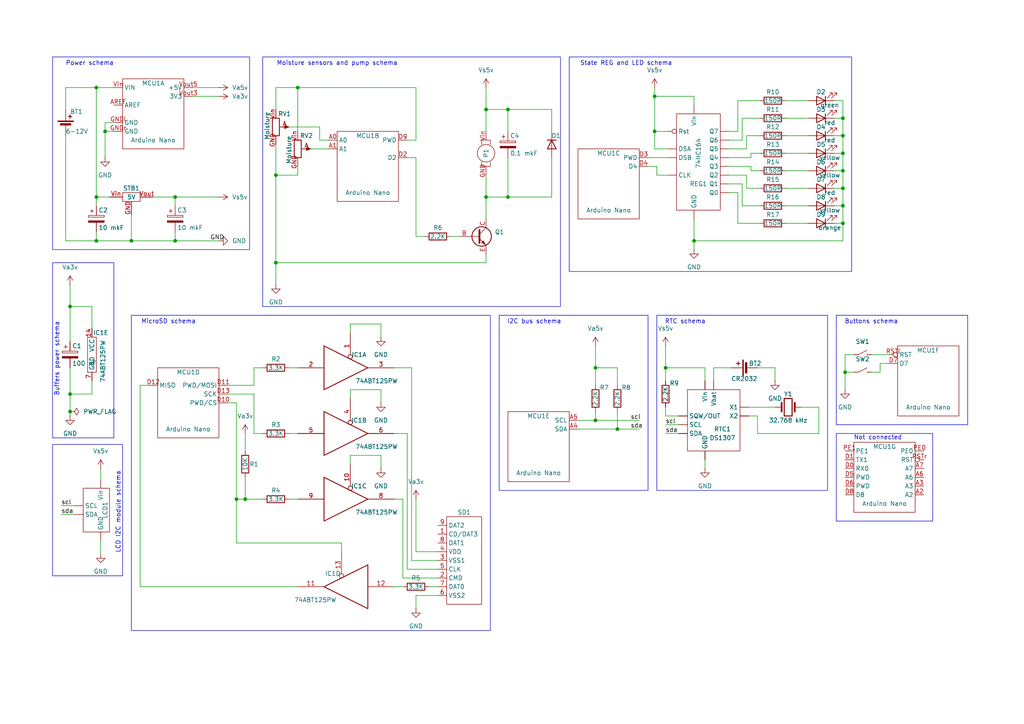
<source format=kicad_sch>
(kicad_sch (version 20250114) (generator "eeschema") (generator_version "9.0")
  (paper "A4")
  (title_block (title "AutoWater") (date "2026-01-17") (rev "0") (comment 2 "VlasovAnton"))
  (rectangle (start 165.1 16.51) (end 247.015 78.74))
  (rectangle (start 15.24 16.51) (end 72.39 72.39))
  (rectangle (start 144.78 91.44) (end 187.96 142.24))
  (rectangle (start 190.5 91.44) (end 240.03 142.24))
  (rectangle (start 76.2 16.51) (end 162.56 88.9))
  (rectangle (start 38.1 91.44) (end 142.24 182.88))
  (rectangle (start 242.57 125.73) (end 270.51 151.13))
  (rectangle (start 15.24 76.2) (end 33.02 127))
  (rectangle (start 15.24 128.905) (end 35.56 167.005))
  (rectangle (start 242.57 91.44) (end 280.67 123.19))
  (text "Power schema" (at 26.035 18.415 0) (effects (font (size 1.27 1.27))))
  (text "Buffers power schema" (at 16.51 104.14 90) (effects (font (size 1.27 1.27))))
  (text "Buttons schema" (at 252.73 93.345 0) (effects (font (size 1.27 1.27))))
  (text "RTC schema" (at 198.755 93.345 0) (effects (font (size 1.27 1.27))))
  (text "Moisture sensors and pump schema" (at 97.79 18.415 0) (effects (font (size 1.27 1.27))))
  (text "MicroSD schema" (at 48.895 93.345 0) (effects (font (size 1.27 1.27))))
  (text "State REG and LED schema" (at 181.61 18.415 0) (effects (font (size 1.27 1.27))))
  (text "LCD I2C module schema" (at 34.29 148.59 90) (effects (font (size 1.27 1.27))))
  (text "I2C bus schema" (at 154.94 93.345 0) (effects (font (size 1.27 1.27))))
  (text "Not connected" (at 254.635 127 0) (effects (font (size 1.27 1.27))))
  (junction (at 147.32 31.75))
  (junction (at 86.36 25.4))
  (junction (at 27.94 25.4))
  (junction (at 20.32 88.9))
  (junction (at 50.8 57.15))
  (junction (at 147.32 57.15))
  (junction (at 244.475 59.69))
  (junction (at 27.94 69.85))
  (junction (at 245.11 107.95))
  (junction (at 189.865 38.1))
  (junction (at 80.01 76.2))
  (junction (at 244.475 49.53))
  (junction (at 244.475 34.29))
  (junction (at 179.07 124.46))
  (junction (at 71.12 144.78))
  (junction (at 172.72 106.68))
  (junction (at 172.72 121.92))
  (junction (at 50.8 69.85))
  (junction (at 140.97 57.15))
  (junction (at 244.475 44.45))
  (junction (at 244.475 54.61))
  (junction (at 244.475 64.77))
  (junction (at 38.1 69.85))
  (junction (at 244.475 39.37))
  (junction (at 189.865 27.94))
  (junction (at 201.295 69.85))
  (junction (at 193.04 106.68))
  (junction (at 20.32 119.38))
  (junction (at 68.58 144.78))
  (junction (at 80.01 50.8))
  (junction (at 27.94 57.15))
  (junction (at 20.32 114.3))
  (junction (at 30.48 38.1))
  (junction (at 140.97 31.75))
  (wire (pts (xy 215.265 34.29) (xy 220.345 34.29)))
  (wire (pts (xy 68.58 157.48) (xy 68.58 144.78)))
  (wire (pts (xy 193.04 118.11) (xy 193.04 120.65)))
  (wire (pts (xy 252.73 102.87) (xy 257.81 102.87)))
  (wire (pts (xy 211.455 53.34) (xy 215.265 53.34)))
  (wire (pts (xy 29.21 135.89) (xy 29.21 139.065)))
  (wire (pts (xy 83.82 125.73) (xy 86.36 125.73)))
  (wire (pts (xy 33.02 35.56) (xy 30.48 35.56)))
  (wire (pts (xy 244.475 29.21) (xy 244.475 34.29)))
  (wire (pts (xy 118.11 125.73) (xy 118.11 165.1)))
  (wire (pts (xy 80.01 76.2) (xy 80.01 82.55)))
  (wire (pts (xy 227.965 39.37) (xy 234.315 39.37)))
  (wire (pts (xy 213.995 55.88) (xy 213.995 64.77)))
  (wire (pts (xy 244.475 59.69) (xy 244.475 64.77)))
  (wire (pts (xy 83.82 144.78) (xy 86.36 144.78)))
  (wire (pts (xy 245.11 107.95) (xy 247.65 107.95)))
  (wire (pts (xy 114.3 106.68) (xy 119.38 106.68)))
  (wire (pts (xy 20.32 119.38) (xy 20.32 120.65)))
  (wire (pts (xy 116.84 167.64) (xy 127 167.64)))
  (wire (pts (xy 114.3 144.78) (xy 116.84 144.78)))
  (wire (pts (xy 27.94 69.85) (xy 38.1 69.85)))
  (wire (pts (xy 119.38 162.56) (xy 127 162.56)))
  (wire (pts (xy 29.21 156.845) (xy 29.21 160.655)))
  (wire (pts (xy 227.965 54.61) (xy 234.315 54.61)))
  (wire (pts (xy 140.97 73.66) (xy 140.97 76.2)))
  (wire (pts (xy 160.02 38.1) (xy 160.02 31.75)))
  (wire (pts (xy 241.935 54.61) (xy 244.475 54.61)))
  (wire (pts (xy 227.965 59.69) (xy 234.315 59.69)))
  (wire (pts (xy 73.66 114.3) (xy 73.66 125.73)))
  (wire (pts (xy 213.995 64.77) (xy 220.345 64.77)))
  (wire (pts (xy 193.04 100.33) (xy 193.04 106.68)))
  (wire (pts (xy 227.965 64.77) (xy 234.315 64.77)))
  (wire (pts (xy 68.58 144.78) (xy 71.12 144.78)))
  (wire (pts (xy 19.05 69.85) (xy 27.94 69.85)))
  (wire (pts (xy 172.72 119.38) (xy 172.72 121.92)))
  (wire (pts (xy 160.02 45.72) (xy 160.02 57.15)))
  (wire (pts (xy 83.82 106.68) (xy 86.36 106.68)))
  (wire (pts (xy 71.12 138.43) (xy 71.12 144.78)))
  (wire (pts (xy 66.04 114.3) (xy 73.66 114.3)))
  (wire (pts (xy 213.995 38.1) (xy 211.455 38.1)))
  (wire (pts (xy 190.5 50.8) (xy 193.675 50.8)))
  (wire (pts (xy 50.8 57.15) (xy 63.5 57.15)))
  (wire (pts (xy 66.04 116.84) (xy 68.58 116.84)))
  (wire (pts (xy 189.865 38.1) (xy 189.865 43.18)))
  (wire (pts (xy 127 172.72) (xy 120.65 172.72)))
  (wire (pts (xy 26.67 88.9) (xy 20.32 88.9)))
  (wire (pts (xy 227.965 29.21) (xy 234.315 29.21)))
  (wire (pts (xy 20.32 82.55) (xy 20.32 88.9)))
  (wire (pts (xy 80.01 25.4) (xy 86.36 25.4)))
  (wire (pts (xy 99.06 160.02) (xy 99.06 157.48)))
  (wire (pts (xy 201.295 72.39) (xy 201.295 69.85)))
  (wire (pts (xy 237.49 125.73) (xy 237.49 118.11)))
  (wire (pts (xy 172.72 100.33) (xy 172.72 106.68)))
  (wire (pts (xy 110.49 93.98) (xy 110.49 97.79)))
  (wire (pts (xy 73.66 125.73) (xy 76.2 125.73)))
  (wire (pts (xy 147.32 31.75) (xy 160.02 31.75)))
  (wire (pts (xy 26.67 110.49) (xy 26.67 114.3)))
  (wire (pts (xy 216.535 50.8) (xy 216.535 54.61)))
  (wire (pts (xy 120.65 25.4) (xy 86.36 25.4)))
  (wire (pts (xy 201.295 69.85) (xy 244.475 69.85)))
  (wire (pts (xy 27.94 25.4) (xy 33.02 25.4)))
  (wire (pts (xy 30.48 38.1) (xy 33.02 38.1)))
  (wire (pts (xy 147.32 45.72) (xy 147.32 57.15)))
  (wire (pts (xy 118.11 45.72) (xy 120.65 45.72)))
  (wire (pts (xy 124.46 170.18) (xy 127 170.18)))
  (wire (pts (xy 211.455 55.88) (xy 213.995 55.88)))
  (wire (pts (xy 27.94 67.31) (xy 27.94 69.85)))
  (wire (pts (xy 255.27 105.41) (xy 255.27 107.95)))
  (wire (pts (xy 50.8 69.85) (xy 63.5 69.85)))
  (wire (pts (xy 179.07 124.46) (xy 185.42 124.46)))
  (wire (pts (xy 252.73 107.95) (xy 255.27 107.95)))
  (wire (pts (xy 19.05 25.4) (xy 27.94 25.4)))
  (wire (pts (xy 211.455 40.64) (xy 215.265 40.64)))
  (wire (pts (xy 193.04 106.68) (xy 193.04 110.49)))
  (wire (pts (xy 119.38 106.68) (xy 119.38 162.56)))
  (wire (pts (xy 114.3 125.73) (xy 118.11 125.73)))
  (wire (pts (xy 120.65 172.72) (xy 120.65 176.53)))
  (wire (pts (xy 118.11 165.1) (xy 127 165.1)))
  (wire (pts (xy 189.865 25.4) (xy 189.865 27.94)))
  (wire (pts (xy 179.07 106.68) (xy 179.07 111.76)))
  (wire (pts (xy 30.48 38.1) (xy 30.48 45.72)))
  (wire (pts (xy 193.04 125.73) (xy 196.85 125.73)))
  (wire (pts (xy 147.32 57.15) (xy 160.02 57.15)))
  (wire (pts (xy 116.84 144.78) (xy 116.84 167.64)))
  (wire (pts (xy 193.04 123.19) (xy 196.85 123.19)))
  (wire (pts (xy 50.8 57.15) (xy 50.8 59.69)))
  (wire (pts (xy 26.67 95.25) (xy 26.67 88.9)))
  (wire (pts (xy 232.41 118.11) (xy 237.49 118.11)))
  (wire (pts (xy 244.475 64.77) (xy 244.475 69.85)))
  (wire (pts (xy 204.47 110.49) (xy 204.47 106.68)))
  (wire (pts (xy 172.72 121.92) (xy 185.42 121.92)))
  (wire (pts (xy 27.94 57.15) (xy 27.94 59.69)))
  (wire (pts (xy 147.32 38.1) (xy 147.32 31.75)))
  (wire (pts (xy 241.935 49.53) (xy 244.475 49.53)))
  (wire (pts (xy 140.97 50.8) (xy 140.97 57.15)))
  (wire (pts (xy 216.535 54.61) (xy 220.345 54.61)))
  (wire (pts (xy 55.88 25.4) (xy 63.5 25.4)))
  (wire (pts (xy 211.455 48.26) (xy 217.805 48.26)))
  (wire (pts (xy 90.17 43.18) (xy 95.25 43.18)))
  (wire (pts (xy 217.805 44.45) (xy 217.805 45.72)))
  (wire (pts (xy 189.865 27.94) (xy 189.865 38.1)))
  (wire (pts (xy 211.455 50.8) (xy 216.535 50.8)))
  (wire (pts (xy 55.88 27.94) (xy 63.5 27.94)))
  (wire (pts (xy 241.935 64.77) (xy 244.475 64.77)))
  (wire (pts (xy 73.66 111.76) (xy 73.66 106.68)))
  (wire (pts (xy 27.94 25.4) (xy 27.94 57.15)))
  (wire (pts (xy 204.47 106.68) (xy 193.04 106.68)))
  (wire (pts (xy 212.09 106.68) (xy 207.01 106.68)))
  (wire (pts (xy 120.65 45.72) (xy 120.65 68.58)))
  (wire (pts (xy 140.97 57.15) (xy 140.97 63.5)))
  (wire (pts (xy 179.07 119.38) (xy 179.07 124.46)))
  (wire (pts (xy 80.01 25.4) (xy 80.01 31.75)))
  (wire (pts (xy 110.49 132.08) (xy 110.49 135.89)))
  (wire (pts (xy 140.97 31.75) (xy 140.97 38.1)))
  (wire (pts (xy 172.72 111.76) (xy 172.72 106.68)))
  (wire (pts (xy 215.265 59.69) (xy 220.345 59.69)))
  (wire (pts (xy 227.965 49.53) (xy 234.315 49.53)))
  (wire (pts (xy 86.36 48.26) (xy 86.36 50.8)))
  (wire (pts (xy 120.65 40.64) (xy 120.65 25.4)))
  (wire (pts (xy 215.265 53.34) (xy 215.265 59.69)))
  (wire (pts (xy 120.65 144.78) (xy 120.65 160.02)))
  (wire (pts (xy 31.75 57.15) (xy 27.94 57.15)))
  (wire (pts (xy 120.65 68.58) (xy 123.19 68.58)))
  (wire (pts (xy 207.01 106.68) (xy 207.01 110.49)))
  (wire (pts (xy 44.45 57.15) (xy 50.8 57.15)))
  (wire (pts (xy 245.11 102.87) (xy 245.11 107.95)))
  (wire (pts (xy 257.81 105.41) (xy 255.27 105.41)))
  (wire (pts (xy 101.6 96.52) (xy 101.6 93.98)))
  (wire (pts (xy 187.96 48.26) (xy 190.5 48.26)))
  (wire (pts (xy 241.935 29.21) (xy 244.475 29.21)))
  (wire (pts (xy 110.49 113.03) (xy 110.49 116.84)))
  (wire (pts (xy 217.805 48.26) (xy 217.805 49.53)))
  (wire (pts (xy 20.32 106.68) (xy 20.32 114.3)))
  (wire (pts (xy 241.935 34.29) (xy 244.475 34.29)))
  (wire (pts (xy 73.66 106.68) (xy 76.2 106.68)))
  (wire (pts (xy 217.17 120.65) (xy 219.71 120.65)))
  (wire (pts (xy 66.04 111.76) (xy 73.66 111.76)))
  (wire (pts (xy 172.72 106.68) (xy 179.07 106.68)))
  (wire (pts (xy 30.48 35.56) (xy 30.48 38.1)))
  (wire (pts (xy 193.675 43.18) (xy 189.865 43.18)))
  (wire (pts (xy 38.1 69.85) (xy 50.8 69.85)))
  (wire (pts (xy 71.12 144.78) (xy 76.2 144.78)))
  (wire (pts (xy 101.6 115.57) (xy 101.6 113.03)))
  (wire (pts (xy 187.96 45.72) (xy 193.675 45.72)))
  (wire (pts (xy 80.01 41.91) (xy 80.01 50.8)))
  (wire (pts (xy 86.36 25.4) (xy 86.36 38.1)))
  (wire (pts (xy 196.85 120.65) (xy 193.04 120.65)))
  (wire (pts (xy 189.865 27.94) (xy 201.295 27.94)))
  (wire (pts (xy 224.79 106.68) (xy 224.79 110.49)))
  (wire (pts (xy 101.6 132.08) (xy 110.49 132.08)))
  (wire (pts (xy 80.01 76.2) (xy 140.97 76.2)))
  (wire (pts (xy 190.5 48.26) (xy 190.5 50.8)))
  (wire (pts (xy 118.11 40.64) (xy 120.65 40.64)))
  (wire (pts (xy 201.295 27.94) (xy 201.295 30.48)))
  (wire (pts (xy 68.58 116.84) (xy 68.58 144.78)))
  (wire (pts (xy 130.81 68.58) (xy 133.35 68.58)))
  (wire (pts (xy 38.1 62.23) (xy 38.1 69.85)))
  (wire (pts (xy 213.995 38.1) (xy 213.995 29.21)))
  (wire (pts (xy 244.475 54.61) (xy 244.475 59.69)))
  (wire (pts (xy 40.64 111.76) (xy 40.64 170.18)))
  (wire (pts (xy 92.71 36.83) (xy 92.71 40.64)))
  (wire (pts (xy 80.01 50.8) (xy 80.01 76.2)))
  (wire (pts (xy 50.8 67.31) (xy 50.8 69.85)))
  (wire (pts (xy 71.12 125.73) (xy 71.12 130.81)))
  (wire (pts (xy 217.805 44.45) (xy 220.345 44.45)))
  (wire (pts (xy 19.05 25.4) (xy 19.05 31.75)))
  (wire (pts (xy 43.18 111.76) (xy 40.64 111.76)))
  (wire (pts (xy 127 160.02) (xy 120.65 160.02)))
  (wire (pts (xy 216.535 39.37) (xy 220.345 39.37)))
  (wire (pts (xy 227.965 44.45) (xy 234.315 44.45)))
  (wire (pts (xy 217.805 49.53) (xy 220.345 49.53)))
  (wire (pts (xy 167.64 121.92) (xy 172.72 121.92)))
  (wire (pts (xy 219.71 106.68) (xy 224.79 106.68)))
  (wire (pts (xy 99.06 157.48) (xy 68.58 157.48)))
  (wire (pts (xy 244.475 44.45) (xy 244.475 49.53)))
  (wire (pts (xy 17.78 149.225) (xy 21.59 149.225)))
  (wire (pts (xy 19.05 39.37) (xy 19.05 69.85)))
  (wire (pts (xy 247.65 102.87) (xy 245.11 102.87)))
  (wire (pts (xy 244.475 39.37) (xy 244.475 44.45)))
  (wire (pts (xy 216.535 39.37) (xy 216.535 43.18)))
  (wire (pts (xy 211.455 45.72) (xy 217.805 45.72)))
  (wire (pts (xy 241.935 59.69) (xy 244.475 59.69)))
  (wire (pts (xy 193.675 38.1) (xy 189.865 38.1)))
  (wire (pts (xy 227.965 34.29) (xy 234.315 34.29)))
  (wire (pts (xy 244.475 34.29) (xy 244.475 39.37)))
  (wire (pts (xy 101.6 113.03) (xy 110.49 113.03)))
  (wire (pts (xy 147.32 57.15) (xy 140.97 57.15)))
  (wire (pts (xy 40.64 170.18) (xy 86.36 170.18)))
  (wire (pts (xy 101.6 134.62) (xy 101.6 132.08)))
  (wire (pts (xy 140.97 31.75) (xy 147.32 31.75)))
  (wire (pts (xy 80.01 50.8) (xy 86.36 50.8)))
  (wire (pts (xy 114.3 170.18) (xy 116.84 170.18)))
  (wire (pts (xy 241.935 44.45) (xy 244.475 44.45)))
  (wire (pts (xy 20.32 114.3) (xy 26.67 114.3)))
  (wire (pts (xy 219.71 120.65) (xy 219.71 125.73)))
  (wire (pts (xy 219.71 125.73) (xy 237.49 125.73)))
  (wire (pts (xy 167.64 124.46) (xy 179.07 124.46)))
  (wire (pts (xy 211.455 43.18) (xy 216.535 43.18)))
  (wire (pts (xy 244.475 49.53) (xy 244.475 54.61)))
  (wire (pts (xy 217.17 118.11) (xy 224.79 118.11)))
  (wire (pts (xy 241.935 39.37) (xy 244.475 39.37)))
  (wire (pts (xy 213.995 29.21) (xy 220.345 29.21)))
  (wire (pts (xy 245.11 107.95) (xy 245.11 113.03)))
  (wire (pts (xy 20.32 114.3) (xy 20.32 119.38)))
  (wire (pts (xy 204.47 133.35) (xy 204.47 135.89)))
  (wire (pts (xy 101.6 93.98) (xy 110.49 93.98)))
  (wire (pts (xy 140.97 25.4) (xy 140.97 31.75)))
  (wire (pts (xy 201.295 63.5) (xy 201.295 69.85)))
  (wire (pts (xy 17.78 146.685) (xy 21.59 146.685)))
  (wire (pts (xy 20.32 88.9) (xy 20.32 99.06)))
  (wire (pts (xy 215.265 40.64) (xy 215.265 34.29)))
  (wire (pts (xy 83.82 36.83) (xy 92.71 36.83)))
  (wire (pts (xy 92.71 40.64) (xy 95.25 40.64)))
  (label "scl" (at 182.88 121.92 0))
  (label "sda" (at 182.88 124.46 0))
  (label "sda" (at 193.04 125.73 0))
  (label "scl" (at 193.04 123.19 0))
  (label "scl" (at 17.78 146.685 0))
  (label "GND" (at 60.96 69.85 0))
  (label "sda" (at 17.78 149.225 0))
  (symbol (lib_name "Resistor_7") (lib_id "AutoWater:Resistor") (at 193.04 114.3 270) (unit 1)
    (property "Reference" "R9" (at 195.58 111.125 90))
    (property "Value" "2.2K" (at 193.04 114.3 0))
    (property "Footprint" "AutoWater:Resistor Yageo SMD 1206" (effects (hide yes)))
    (property "Datasheet" "https://www.chipdip.ru/product/ac1206jr-072k2l-yageo-8002030474" (effects (hide yes)))
    (property "Description" "Resistor" (effects (hide yes)))
  )
  (symbol (lib_id "AutoWater:Va5v") (at 63.5 25.4 270) (unit 1)
    (property "Reference" "#PWR06" (effects (hide yes)))
    (property "Value" "Va5v" (at 67.31 25.3999 90) (effects (justify left)))
    (property "Description" "Power symbol creates a global label with name \"Va5v\"" (effects (hide yes)))
  )
  (symbol (lib_name "LED_1") (lib_id "AutoWater:LED") (at 238.125 44.45 0) (unit 1)
    (property "Reference" "D5" (at 238.125 41.91 0))
    (property "Value" "yellow" (at 240.665 45.72 0))
    (property "Footprint" "AutoWater:LED 3mm" (effects (hide yes)))
    (property "Datasheet" "https://www.chipdip.ru/product/gnl-3014yd-svetodiod-zheltyy-60-d-3mm-15mkd-585nm-g-nor-9000422962" (effects (hide yes)))
    (property "Description" "Light emitting diode" (effects (hide yes)))
  )
  (symbol (lib_id "AutoWater:Vs5v") (at 29.21 135.89 0) (unit 1)
    (property "Reference" "#PWR03" (effects (hide yes)))
    (property "Value" "Vs5v" (at 29.21 130.81 0))
    (property "Description" "Power symbol creates a global label with name \"Vs5v\"" (effects (hide yes)))
  )
  (symbol (lib_id "AutoWater:74ABT125PW") (at 99.06 170.18 0) (mirror y) (unit 4) (exclude_from_sim yes) (in_bom no) (on_board no)
    (property "Reference" "IC1" (at 96.52 166.37 0))
    (property "Value" "74ABT125PW" (at 91.44 173.99 0))
    (property "Datasheet" "https://www.chipdip.ru/product/74abt125pw-118-chetyre-bufernyh-elementa-drayvera-nexperia-9000771662" (effects (hide yes)))
  )
  (symbol (lib_name "Resistor_4") (lib_id "AutoWater:Resistor") (at 80.01 125.73 0) (unit 1)
    (property "Reference" "R3" (at 80.01 123.19 0))
    (property "Value" "3.3K" (at 80.01 125.73 0))
    (property "Footprint" "AutoWater:Resistor Yageo SMD 0805" (effects (hide yes)))
    (property "Datasheet" "https://www.chipdip.ru/product/rc0805fr-103k3l-yageo-8002004125" (effects (hide yes)))
    (property "Description" "Resistor" (effects (hide yes)))
  )
  (symbol (lib_id "power:GND") (at 63.5 69.85 90) (unit 1)
    (property "Reference" "#PWR09" (effects (hide yes)))
    (property "Value" "GND" (at 67.31 69.8499 90) (effects (justify right)))
    (property "Description" "Power symbol creates a global label with name \"GND\" , ground" (effects (hide yes)))
  )
  (symbol (lib_name "LED_1") (lib_id "AutoWater:LED") (at 238.125 29.21 0) (unit 1)
    (property "Reference" "D2" (at 238.125 26.67 0))
    (property "Value" "green" (at 240.665 30.48 0))
    (property "Footprint" "AutoWater:LED 3mm" (effects (hide yes)))
    (property "Datasheet" "https://www.chipdip.ru/product/gnl-3014gd-svetodiod-zelenyy-60-d-3mm-30-50mkd-565nm-g-nor-9000422961" (effects (hide yes)))
    (property "Description" "Light emitting diode" (effects (hide yes)))
  )
  (symbol (lib_id "AutoWater:Arduino Nano V3 Type-C parts") (at 260.35 100.33 0) (unit 6)
    (property "Reference" "MCU1" (at 269.24 101.6 0))
    (property "Value" "Arduino Nano" (at 269.24 118.11 0))
    (property "Footprint" "AutoWater:Arduino Nano V3 Type C PBS" (effects (hide yes)))
    (property "Description" "Arduino Nano V3 Type-C" (effects (hide yes)))
  )
  (symbol (lib_id "power:GND") (at 110.49 135.89 0) (unit 1)
    (property "Reference" "#PWR014" (effects (hide yes)))
    (property "Value" "GND" (at 110.49 140.97 0))
    (property "Description" "Power symbol creates a global label with name \"GND\" , ground" (effects (hide yes)))
  )
  (symbol (lib_id "AutoWater:74ABT125PW") (at 101.6 106.68 0) (unit 1) (exclude_from_sim yes) (in_bom no) (on_board no)
    (property "Reference" "IC1" (at 104.14 102.87 0))
    (property "Value" "74ABT125PW" (at 109.22 110.49 0))
    (property "Datasheet" "https://www.chipdip.ru/product/74abt125pw-118-chetyre-bufernyh-elementa-drayvera-nexperia-9000771662" (effects (hide yes)))
  )
  (symbol (lib_id "AutoWater:Vs5v") (at 140.97 25.4 0) (unit 1)
    (property "Reference" "#PWR017" (effects (hide yes)))
    (property "Value" "Vs5v" (at 140.97 20.32 0))
    (property "Description" "Power symbol creates a global label with name \"Vs5v\"" (effects (hide yes)))
  )
  (symbol (lib_name "Capacitor_1") (lib_id "AutoWater:Capacitor") (at 27.94 63.5 0) (unit 1)
    (property "Reference" "C2" (at 28.575 60.96 0) (effects (justify left)))
    (property "Value" "10 mkF" (at 28.575 66.04 0) (effects (justify left)))
    (property "Footprint" "AutoWater:Capacitor Murata SMD 0603" (effects (hide yes)))
    (property "Datasheet" "https://www.chipdip.ru/product/10-mkf-x5r-25v-0603-grm188r61e106ka73d-kondensator-murata-9000600378" (effects (hide yes)))
    (property "Description" "Capacitor" (effects (hide yes)))
  )
  (symbol (lib_name "Resistor_4") (lib_id "AutoWater:Resistor") (at 120.65 170.18 0) (unit 1)
    (property "Reference" "R5" (at 120.65 167.64 0))
    (property "Value" "3.3K" (at 120.65 170.18 0))
    (property "Footprint" "AutoWater:Resistor Yageo SMD 0805" (effects (hide yes)))
    (property "Datasheet" "https://www.chipdip.ru/product/rc0805fr-103k3l-yageo-8002004125" (effects (hide yes)))
    (property "Description" "Resistor" (effects (hide yes)))
  )
  (symbol (lib_id "AutoWater:Power") (at 19.05 35.56 270) (unit 1)
    (property "Reference" "BT1" (at 20.32 32.385 90) (effects (justify left)))
    (property "Value" "6-12V" (at 19.05 38.1 90) (effects (justify left)))
    (property "Footprint" "AutoWater:Connector 5.5x2.1 DS-201" (effects (hide yes)))
    (property "Description" "Power" (effects (hide yes)))
  )
  (symbol (lib_name "Resistor_2") (lib_id "AutoWater:Resistor") (at 224.155 59.69 0) (unit 1)
    (property "Reference" "R16" (at 224.155 57.15 0))
    (property "Value" "150R" (at 224.155 59.69 0))
    (property "Footprint" "AutoWater:Resistor Yageo SMD 1206" (effects (hide yes)))
    (property "Datasheet" "https://www.chipdip.ru/product/ac1206fr-07150rl-yageo-8002025520" (effects (hide yes)))
    (property "Description" "Resistor" (effects (hide yes)))
  )
  (symbol (lib_name "LED_1") (lib_id "AutoWater:LED") (at 238.125 49.53 0) (unit 1)
    (property "Reference" "D6" (at 238.125 46.99 0))
    (property "Value" "yellow" (at 240.665 50.8 0))
    (property "Footprint" "AutoWater:LED 3mm" (effects (hide yes)))
    (property "Datasheet" "https://www.chipdip.ru/product/gnl-3014yd-svetodiod-zheltyy-60-d-3mm-15mkd-585nm-g-nor-9000422962" (effects (hide yes)))
    (property "Description" "Light emitting diode" (effects (hide yes)))
  )
  (symbol (lib_name "Resistor_2") (lib_id "AutoWater:Resistor") (at 224.155 64.77 0) (unit 1)
    (property "Reference" "R17" (at 224.155 62.23 0))
    (property "Value" "150R" (at 224.155 64.77 0))
    (property "Footprint" "AutoWater:Resistor Yageo SMD 1206" (effects (hide yes)))
    (property "Datasheet" "https://www.chipdip.ru/product/ac1206fr-07150rl-yageo-8002025520" (effects (hide yes)))
    (property "Description" "Resistor" (effects (hide yes)))
  )
  (symbol (lib_name "Resistor_2") (lib_id "AutoWater:Resistor") (at 224.155 39.37 0) (unit 1)
    (property "Reference" "R12" (at 224.155 36.83 0))
    (property "Value" "150R" (at 224.155 39.37 0))
    (property "Footprint" "AutoWater:Resistor Yageo SMD 1206" (effects (hide yes)))
    (property "Datasheet" "https://www.chipdip.ru/product/ac1206fr-07150rl-yageo-8002025520" (effects (hide yes)))
    (property "Description" "Resistor" (effects (hide yes)))
  )
  (symbol (lib_name "Resistor_2") (lib_id "AutoWater:Resistor") (at 224.155 49.53 0) (unit 1)
    (property "Reference" "R14" (at 224.155 46.99 0))
    (property "Value" "150R" (at 224.155 49.53 0))
    (property "Footprint" "AutoWater:Resistor Yageo SMD 1206" (effects (hide yes)))
    (property "Datasheet" "https://www.chipdip.ru/product/ac1206fr-07150rl-yageo-8002025520" (effects (hide yes)))
    (property "Description" "Resistor" (effects (hide yes)))
  )
  (symbol (lib_name "LED_1") (lib_id "AutoWater:LED") (at 238.125 64.77 0) (unit 1)
    (property "Reference" "D9" (at 238.125 62.23 0))
    (property "Value" "orange" (at 240.665 66.04 0))
    (property "Footprint" "AutoWater:LED 3mm" (effects (hide yes)))
    (property "Datasheet" "https://www.chipdip.ru/product/gnl-3014uec-svetodiod-oranzhevyy-25-d-3mm-150mkd-g-nor-9000423001" (effects (hide yes)))
    (property "Description" "Light emitting diode" (effects (hide yes)))
  )
  (symbol (lib_name "Stabalizer voltage_1") (lib_id "AutoWater:Stabalizer voltage") (at 38.1 57.15 0) (unit 1)
    (property "Reference" "STB1" (at 38.1 54.61 0))
    (property "Value" "5V" (at 38.1 57.15 0))
    (property "Footprint" "AutoWater:Stabilizer 5V AMS1117-5.0S SMD" (effects (hide yes)))
    (property "Datasheet" "https://www.chipdip.ru/product/ams1117-5.0s-stabilizator-napryazheniya-5v-1a-sot-89-umw-9001333446" (effects (hide yes)))
    (property "Description" "Stabilizer voltage" (effects (hide yes)))
  )
  (symbol (lib_id "AutoWater:Vs5v") (at 189.865 25.4 0) (unit 1)
    (property "Reference" "#PWR019" (effects (hide yes)))
    (property "Value" "Vs5v" (at 189.865 20.32 0))
    (property "Description" "Power symbol creates a global label with name \"Vs5v\"" (effects (hide yes)))
  )
  (symbol (lib_id "AutoWater:Arduino Nano V3 Type-C parts") (at 45.72 106.68 0) (unit 4)
    (property "Reference" "MCU1" (at 54.61 107.95 0))
    (property "Value" "Arduino Nano" (at 54.61 124.46 0))
    (property "Footprint" "AutoWater:Arduino Nano V3 Type C PBS" (effects (hide yes)))
    (property "Description" "Arduino Nano V3 Type-C" (effects (hide yes)))
  )
  (symbol (lib_id "AutoWater:74ABT125PW") (at 26.67 102.87 0) (unit 5) (exclude_from_sim yes) (in_bom no) (on_board no)
    (property "Reference" "IC1" (at 29.21 96.52 0))
    (property "Value" "74ABT125PW" (at 29.845 104.775 90))
    (property "Datasheet" "https://www.chipdip.ru/product/74abt125pw-118-chetyre-bufernyh-elementa-drayvera-nexperia-9000771662" (effects (hide yes)))
  )
  (symbol (lib_id "power:GND") (at 110.49 97.79 0) (unit 1)
    (property "Reference" "#PWR012" (effects (hide yes)))
    (property "Value" "GND" (at 110.49 102.87 0))
    (property "Description" "Power symbol creates a global label with name \"GND\" , ground" (effects (hide yes)))
  )
  (symbol (lib_id "AutoWater:Diode") (at 160.02 41.91 270) (unit 1)
    (property "Reference" "D1" (at 161.29 39.37 90))
    (property "Value" "1N4001G" (effects (hide yes)))
    (property "Footprint" "AutoWater:DIode 1N4001G THT min" (effects (hide yes)))
    (property "Datasheet" "https://www.chipdip.ru/product/1n4001g-on-semiconductor-8002986002" (effects (hide yes)))
    (property "Description" "Diode" (effects (hide yes)))
    (property "Sim.Device" "D" (effects (hide yes)))
    (property "Sim.Pins" "1=K 2=A" (effects (hide yes)))
  )
  (symbol (lib_name "Transistor NPN_1") (lib_id "AutoWater:Transistor NPN") (at 138.43 68.58 0) (unit 1)
    (property "Reference" "Q1" (at 143.51 67.31 0) (effects (justify left)))
    (property "Value" "BC817-25" (effects (hide yes)))
    (property "Footprint" "AutoWater:NPN transistor BC817-25" (effects (hide yes)))
    (property "Datasheet" "https://www.chipdip.ru/product/bc817-25-215-tranzistor-npn-45v-0.5a-0.31vt-sot-23-nexperia-113261264" (effects (hide yes)))
    (property "Description" "NPN bipolar junction transistor" (effects (hide yes)))
  )
  (symbol (lib_id "power:GND") (at 245.11 113.03 0) (unit 1)
    (property "Reference" "#PWR024" (effects (hide yes)))
    (property "Value" "GND" (at 245.11 118.11 0))
    (property "Description" "Power symbol creates a global label with name \"GND\" , ground" (effects (hide yes)))
  )
  (symbol (lib_id "power:GND") (at 80.01 82.55 0) (unit 1)
    (property "Reference" "#PWR011" (effects (hide yes)))
    (property "Value" "GND" (at 80.01 87.63 0))
    (property "Description" "Power symbol creates a global label with name \"GND\" , ground" (effects (hide yes)))
  )
  (symbol (lib_id "power:GND") (at 204.47 135.89 0) (unit 1)
    (property "Reference" "#PWR022" (effects (hide yes)))
    (property "Value" "GND" (at 204.47 140.97 0))
    (property "Description" "Power symbol creates a global label with name \"GND\" , ground" (effects (hide yes)))
  )
  (symbol (lib_name "Button_1") (lib_id "AutoWater:Button") (at 250.19 102.87 0) (unit 1)
    (property "Reference" "SW1" (at 250.19 99.06 0))
    (property "Value" "Button" (effects (hide yes)))
    (property "Description" "Button" (effects (hide yes)))
  )
  (symbol (lib_id "AutoWater:Arduino Nano V3 Type-C parts") (at 147.32 119.38 0) (unit 5)
    (property "Reference" "MCU1" (at 156.21 120.65 0))
    (property "Value" "Arduino Nano" (at 156.21 137.16 0))
    (property "Footprint" "AutoWater:Arduino Nano V3 Type C PBS" (effects (hide yes)))
    (property "Description" "Arduino Nano V3 Type-C" (effects (hide yes)))
  )
  (symbol (lib_id "AutoWater:LCD I2C module") (at 24.13 141.605 0) (unit 1)
    (property "Reference" "LCD1" (at 30.48 147.955 90))
    (property "Value" "LCD I2C module" (effects (hide yes)))
    (property "Footprint" "AutoWater:PLS-4" (effects (hide yes)))
    (property "Datasheet" "https://roboshop.spb.ru/display/simvolnye-displei/1602-konverter" (effects (hide yes)))
  )
  (symbol (lib_id "AutoWater:Vs5v") (at 63.5 57.15 270) (unit 1)
    (property "Reference" "#PWR08" (effects (hide yes)))
    (property "Value" "Vs5v" (at 67.31 57.1499 90) (effects (justify left)))
    (property "Description" "Power symbol creates a global label with name \"Vs5v\"" (effects (hide yes)))
  )
  (symbol (lib_name "RTC DS1307_1") (lib_id "AutoWater:RTC DS1307") (at 199.39 113.03 0) (unit 1)
    (property "Reference" "RTC1" (at 209.55 124.46 0))
    (property "Value" "DS1307" (at 209.55 127 0))
    (property "Footprint" "AutoWater:RTC DS1307 DIP" (effects (hide yes)))
    (property "Datasheet" "https://roboshop.spb.ru/radio/mikroskhemy/real-time-clock/ds1307" (effects (hide yes)))
    (property "Description" "Real Time Clock DS1307" (effects (hide yes)))
  )
  (symbol (lib_name "Shift register_1") (lib_id "AutoWater:Shift register") (at 196.215 33.02 0) (unit 1)
    (property "Reference" "REG1" (at 202.565 53.34 0))
    (property "Value" "74HC164" (at 202.565 44.45 90))
    (property "Footprint" "AutoWater:Register 74HC164M SOP-14" (effects (hide yes)))
    (property "Datasheet" "https://www.chipdip.ru/product/74hc164m-tr-8-bit-posledovatelnyy-sdvigovyy-registr-hgsemi-9001240838" (effects (hide yes)))
    (property "Description" "Shift register 8 bit" (effects (hide yes)))
  )
  (symbol (lib_id "power:GND") (at 120.65 176.53 0) (unit 1)
    (property "Reference" "#PWR016" (effects (hide yes)))
    (property "Value" "GND" (at 120.65 181.61 0))
    (property "Description" "Power symbol creates a global label with name \"GND\" , ground" (effects (hide yes)))
  )
  (symbol (lib_id "power:GND") (at 30.48 45.72 0) (unit 1)
    (property "Reference" "#PWR05" (effects (hide yes)))
    (property "Value" "GND" (at 30.48 50.8 0))
    (property "Description" "Power symbol creates a global label with name \"GND\" , ground" (effects (hide yes)))
  )
  (symbol (lib_id "AutoWater:Va3v") (at 120.65 144.78 0) (unit 1)
    (property "Reference" "#PWR015" (effects (hide yes)))
    (property "Value" "Va3v" (at 120.65 139.7 0))
    (property "Description" "Power symbol creates a global label with name \"Va3v\"" (effects (hide yes)))
  )
  (symbol (lib_name "Capacitor_1") (lib_id "AutoWater:Capacitor") (at 50.8 63.5 0) (unit 1)
    (property "Reference" "C3" (at 51.435 60.96 0) (effects (justify left)))
    (property "Value" "10 mkF" (at 51.435 66.04 0) (effects (justify left)))
    (property "Footprint" "AutoWater:Capacitor Murata SMD 0603" (effects (hide yes)))
    (property "Datasheet" "https://www.chipdip.ru/product/10-mkf-x5r-25v-0603-grm188r61e106ka73d-kondensator-murata-9000600378" (effects (hide yes)))
    (property "Description" "Capacitor" (effects (hide yes)))
  )
  (symbol (lib_name "Resistor_2") (lib_id "AutoWater:Resistor") (at 224.155 34.29 0) (unit 1)
    (property "Reference" "R11" (at 224.155 31.75 0))
    (property "Value" "150R" (at 224.155 34.29 0))
    (property "Footprint" "AutoWater:Resistor Yageo SMD 1206" (effects (hide yes)))
    (property "Datasheet" "https://www.chipdip.ru/product/ac1206fr-07150rl-yageo-8002025520" (effects (hide yes)))
    (property "Description" "Resistor" (effects (hide yes)))
  )
  (symbol (lib_id "AutoWater:74ABT125PW") (at 101.6 144.78 0) (unit 3) (exclude_from_sim yes) (in_bom no) (on_board no)
    (property "Reference" "IC1" (at 104.14 140.97 0))
    (property "Value" "74ABT125PW" (at 109.22 148.59 0))
    (property "Datasheet" "https://www.chipdip.ru/product/74abt125pw-118-chetyre-bufernyh-elementa-drayvera-nexperia-9000771662" (effects (hide yes)))
  )
  (symbol (lib_id "power:GND") (at 224.79 110.49 0) (unit 1)
    (property "Reference" "#PWR023" (effects (hide yes)))
    (property "Value" "GND" (at 224.79 115.57 0))
    (property "Description" "Power symbol creates a global label with name \"GND\" , ground" (effects (hide yes)))
  )
  (symbol (lib_name "Button_1") (lib_id "AutoWater:Button") (at 250.19 107.95 0) (unit 1)
    (property "Reference" "SW2" (at 250.19 104.14 0))
    (property "Value" "Button" (effects (hide yes)))
    (property "Description" "Button" (effects (hide yes)))
  )
  (symbol (lib_name "Resistor_1") (lib_id "AutoWater:Resistor") (at 127 68.58 0) (unit 1)
    (property "Reference" "R6" (at 127 66.04 0))
    (property "Value" "2.2K" (at 127 68.58 0))
    (property "Footprint" "AutoWater:Resistor Yageo SMD 1206" (effects (hide yes)))
    (property "Datasheet" "https://www.chipdip.ru/product/ac1206jr-072k2l-yageo-8002030474" (effects (hide yes)))
    (property "Description" "Resistor" (effects (hide yes)))
  )
  (symbol (lib_id "AutoWater:74ABT125PW") (at 101.6 125.73 0) (unit 2) (exclude_from_sim yes) (in_bom no) (on_board no)
    (property "Reference" "IC1" (at 104.14 121.92 0))
    (property "Value" "74ABT125PW" (at 109.22 129.54 0))
    (property "Datasheet" "https://www.chipdip.ru/product/74abt125pw-118-chetyre-bufernyh-elementa-drayvera-nexperia-9000771662" (effects (hide yes)))
  )
  (symbol (lib_id "power:GND") (at 201.295 72.39 0) (unit 1)
    (property "Reference" "#PWR021" (effects (hide yes)))
    (property "Value" "GND" (at 201.295 77.47 0))
    (property "Description" "Power symbol creates a global label with name \"GND\" , ground" (effects (hide yes)))
  )
  (symbol (lib_id "AutoWater:Arduino Nano V3 Type-C parts") (at 97.79 38.1 0) (unit 2)
    (property "Reference" "MCU1" (at 106.68 39.37 0))
    (property "Value" "Arduino Nano" (at 106.68 55.88 0))
    (property "Footprint" "AutoWater:Arduino Nano V3 Type C PBS" (effects (hide yes)))
    (property "Description" "Arduino Nano V3 Type-C" (effects (hide yes)))
  )
  (symbol (lib_id "AutoWater:Sensor module") (at 86.36 43.18 0) (unit 1)
    (property "Reference" "RV2" (at 88.9 39.37 0))
    (property "Value" "Moisture" (at 83.82 39.37 90) (effects (justify right)))
    (property "Footprint" "AutoWater:PLS-3" (effects (hide yes)))
    (property "Description" "Sensor" (effects (hide yes)))
  )
  (symbol (lib_name "Capacitor_3") (lib_id "AutoWater:Capacitor") (at 147.32 41.91 0) (unit 1)
    (property "Reference" "C4" (at 147.955 39.37 0) (effects (justify left)))
    (property "Value" "0.1 mkF" (at 147.955 44.45 0) (effects (justify left)))
    (property "Footprint" "AutoWater:Capacitor Murata SMD 0402" (effects (hide yes)))
    (property "Datasheet" "https://www.chipdip.ru/product/0.1-mkf-x7r-25v-10-0402-grm155r71e104ke14d-murata-9000295904" (effects (hide yes)))
    (property "Description" "Capacitor" (effects (hide yes)))
  )
  (symbol (lib_id "AutoWater:Sensor module") (at 80.01 36.83 0) (unit 1)
    (property "Reference" "RV1" (at 82.55 33.02 0))
    (property "Value" "Moisture" (at 77.47 32.385 90) (effects (justify right)))
    (property "Footprint" "AutoWater:PLS-3" (effects (hide yes)))
    (property "Description" "Moisture sensor" (effects (hide yes)))
  )
  (symbol (lib_name "Pump_1") (lib_id "AutoWater:Pump") (at 140.97 44.45 270) (unit 1)
    (property "Reference" "P1" (at 140.97 44.45 0))
    (property "Value" "Pump" (effects (hide yes)))
    (property "Footprint" "AutoWater:Connector B2B-XH-A" (effects (hide yes)))
    (property "Datasheet" "https://roboshop.spb.ru/mechanics/pompy/small-water-pomp" (effects (hide yes)))
    (property "Description" "Water pump 5V" (effects (hide yes)))
  )
  (symbol (lib_id "power:PWR_FLAG") (at 20.32 119.38 270) (unit 1)
    (property "Reference" "#FLG01" (effects (hide yes)))
    (property "Value" "PWR_FLAG" (at 24.13 119.3799 90) (effects (justify left)))
    (property "Description" "Special symbol for telling ERC where power comes from" (effects (hide yes)))
  )
  (symbol (lib_name "Power_1") (lib_id "AutoWater:Power") (at 215.9 106.68 0) (unit 1)
    (property "Reference" "BT2" (at 217.17 105.41 0) (effects (justify left)))
    (property "Value" "CR2032" (at 212.09 109.855 0) (effects (justify left)))
    (property "Footprint" "AutoWater:Batary box CR2032" (effects (hide yes)))
    (property "Datasheet" "https://www.chipdip.ru/product/l-kls5-cr2032-11-panel-bat-2032-bth-v47-20-kls-8040391090" (effects (hide yes)))
    (property "Description" "Power" (effects (hide yes)))
  )
  (symbol (lib_id "AutoWater:Vs5v") (at 193.04 100.33 0) (unit 1)
    (property "Reference" "#PWR020" (effects (hide yes)))
    (property "Value" "Vs5v" (at 193.04 95.25 0))
    (property "Description" "Power symbol creates a global label with name \"Vs5v\"" (effects (hide yes)))
  )
  (symbol (lib_name "LED_2") (lib_id "AutoWater:LED") (at 238.125 39.37 0) (unit 1)
    (property "Reference" "D4" (at 238.125 36.83 0))
    (property "Value" "red" (at 240.665 40.64 0))
    (property "Footprint" "AutoWater:LED 3mm" (effects (hide yes)))
    (property "Datasheet" "https://www.chipdip.ru/product/gnl-3014hd-svetodiod-krasnyy-60-d-3mm-5-10mkd-700nm-g-nor-9000422960" (effects (hide yes)))
    (property "Description" "Light emitting diode" (effects (hide yes)))
  )
  (symbol (lib_name "Capacitor_2") (lib_id "AutoWater:Capacitor") (at 20.32 102.87 0) (unit 1)
    (property "Reference" "C1" (at 20.955 100.33 0) (effects (justify left)))
    (property "Value" "100 nF" (at 20.955 105.41 0) (effects (justify left)))
    (property "Footprint" "AutoWater:Capacitor Murata SMD 0402" (effects (hide yes)))
    (property "Datasheet" "https://www.chipdip.ru/product/0.1-mkf-x7r-25v-10-0402-grm155r71e104ke14d-murata-9000295904" (effects (hide yes)))
    (property "Description" "Capacitor ceramic SMD 0805" (effects (hide yes)))
  )
  (symbol (lib_name "LED_1") (lib_id "AutoWater:LED") (at 238.125 59.69 0) (unit 1)
    (property "Reference" "D8" (at 238.125 57.15 0))
    (property "Value" "yellow" (at 240.665 60.96 0))
    (property "Footprint" "AutoWater:LED 3mm" (effects (hide yes)))
    (property "Datasheet" "https://www.chipdip.ru/product/gnl-3014yd-svetodiod-zheltyy-60-d-3mm-15mkd-585nm-g-nor-9000422962" (effects (hide yes)))
    (property "Description" "Light emitting diode" (effects (hide yes)))
  )
  (symbol (lib_name "Resistor_6") (lib_id "AutoWater:Resistor") (at 172.72 115.57 270) (unit 1)
    (property "Reference" "R7" (at 175.26 112.395 90))
    (property "Value" "2.2K" (at 172.72 115.57 0))
    (property "Footprint" "AutoWater:Resistor Yageo SMD 1206" (effects (hide yes)))
    (property "Datasheet" "https://www.chipdip.ru/product/ac1206jr-072k2l-yageo-8002030474" (effects (hide yes)))
    (property "Description" "Resistor" (effects (hide yes)))
  )
  (symbol (lib_name "Resistor_4") (lib_id "AutoWater:Resistor") (at 80.01 106.68 0) (unit 1)
    (property "Reference" "R2" (at 80.01 104.14 0))
    (property "Value" "3.3K" (at 80.01 106.68 0))
    (property "Footprint" "AutoWater:Resistor Yageo SMD 0805" (effects (hide yes)))
    (property "Datasheet" "https://www.chipdip.ru/product/rc0805fr-103k3l-yageo-8002004125" (effects (hide yes)))
    (property "Description" "Resistor" (effects (hide yes)))
  )
  (symbol (lib_name "LED_1") (lib_id "AutoWater:LED") (at 238.125 54.61 0) (unit 1)
    (property "Reference" "D7" (at 238.125 52.07 0))
    (property "Value" "red" (at 240.665 55.88 0))
    (property "Footprint" "AutoWater:LED 3mm" (effects (hide yes)))
    (property "Description" "Light emitting diode" (effects (hide yes)))
  )
  (symbol (lib_name "Resistor_2") (lib_id "AutoWater:Resistor") (at 224.155 44.45 0) (unit 1)
    (property "Reference" "R13" (at 224.155 41.91 0))
    (property "Value" "150R" (at 224.155 44.45 0))
    (property "Footprint" "AutoWater:Resistor Yageo SMD 1206" (effects (hide yes)))
    (property "Datasheet" "https://www.chipdip.ru/product/ac1206fr-07150rl-yageo-8002025520" (effects (hide yes)))
    (property "Description" "Resistor" (effects (hide yes)))
  )
  (symbol (lib_id "AutoWater:Va5v") (at 172.72 100.33 0) (unit 1)
    (property "Reference" "#PWR018" (effects (hide yes)))
    (property "Value" "Va5v" (at 172.72 95.25 0))
    (property "Description" "Power symbol creates a global label with name \"Va5v\"" (effects (hide yes)))
  )
  (symbol (lib_name "Resistor_6") (lib_id "AutoWater:Resistor") (at 179.07 115.57 270) (unit 1)
    (property "Reference" "R8" (at 181.61 112.395 90))
    (property "Value" "2.2K" (at 179.07 115.57 0))
    (property "Footprint" "AutoWater:Resistor Yageo SMD 1206" (effects (hide yes)))
    (property "Datasheet" "https://www.chipdip.ru/product/ac1206jr-072k2l-yageo-8002030474" (effects (hide yes)))
    (property "Description" "Resistor" (effects (hide yes)))
  )
  (symbol (lib_name "Resistor_2") (lib_id "AutoWater:Resistor") (at 224.155 29.21 0) (unit 1)
    (property "Reference" "R10" (at 224.155 26.67 0))
    (property "Value" "150R" (at 224.155 29.21 0))
    (property "Footprint" "AutoWater:Resistor Yageo SMD 1206" (effects (hide yes)))
    (property "Datasheet" "https://www.chipdip.ru/product/ac1206fr-07150rl-yageo-8002025520" (effects (hide yes)))
    (property "Description" "Resistor" (effects (hide yes)))
  )
  (symbol (lib_id "power:GND") (at 20.32 120.65 0) (unit 1)
    (property "Reference" "#PWR02" (effects (hide yes)))
    (property "Value" "GND" (at 20.32 125.73 0))
    (property "Description" "Power symbol creates a global label with name \"GND\" , ground" (effects (hide yes)))
  )
  (symbol (lib_id "AutoWater:Crystal") (at 228.6 118.11 0) (unit 1)
    (property "Reference" "Y1" (at 228.6 114.3 0))
    (property "Value" "32.768 kHz" (at 228.6 121.92 0))
    (property "Description" "Two pin crystal" (effects (hide yes)))
  )
  (symbol (lib_id "AutoWater:Arduino Nano V3 Type-C parts") (at 247.65 128.27 0) (unit 7)
    (property "Reference" "MCU1" (at 256.54 129.54 0))
    (property "Value" "Arduino Nano" (at 256.54 146.05 0))
    (property "Footprint" "AutoWater:Arduino Nano V3 Type C PBS" (effects (hide yes)))
    (property "Description" "Arduino Nano V3 Type-C" (effects (hide yes)))
  )
  (symbol (lib_id "AutoWater:Va3v") (at 20.32 82.55 0) (unit 1)
    (property "Reference" "#PWR01" (effects (hide yes)))
    (property "Value" "Va3v" (at 20.32 77.47 0))
    (property "Description" "Power symbol creates a global label with name \"Va3v\"" (effects (hide yes)))
  )
  (symbol (lib_name "Resistor_3") (lib_id "AutoWater:Resistor") (at 80.01 144.78 0) (unit 1)
    (property "Reference" "R4" (at 80.01 142.24 0))
    (property "Value" "3.3K" (at 80.01 144.78 0))
    (property "Footprint" "AutoWater:Resistor Yageo SMD 0805" (effects (hide yes)))
    (property "Datasheet" "https://www.chipdip.ru/product/rc0805fr-103k3l-yageo-8002004125" (effects (hide yes)))
    (property "Description" "Resistor" (effects (hide yes)))
  )
  (symbol (lib_name "Resistor_2") (lib_id "AutoWater:Resistor") (at 224.155 54.61 0) (unit 1)
    (property "Reference" "R15" (at 224.155 52.07 0))
    (property "Value" "150R" (at 224.155 54.61 0))
    (property "Footprint" "AutoWater:Resistor Yageo SMD 1206" (effects (hide yes)))
    (property "Datasheet" "https://www.chipdip.ru/product/ac1206fr-07150rl-yageo-8002025520" (effects (hide yes)))
    (property "Description" "Resistor" (effects (hide yes)))
  )
  (symbol (lib_id "power:GND") (at 110.49 116.84 0) (unit 1)
    (property "Reference" "#PWR013" (effects (hide yes)))
    (property "Value" "GND" (at 110.49 121.92 0))
    (property "Description" "Power symbol creates a global label with name \"GND\" , ground" (effects (hide yes)))
  )
  (symbol (lib_id "AutoWater:Va3v") (at 63.5 27.94 270) (unit 1)
    (property "Reference" "#PWR07" (effects (hide yes)))
    (property "Value" "Va3v" (at 67.31 27.9399 90) (effects (justify left)))
    (property "Description" "Power symbol creates a global label with name \"Va3v\"" (effects (hide yes)))
  )
  (symbol (lib_id "AutoWater:Arduino Nano V3 Type-C parts") (at 167.64 43.18 0) (unit 3)
    (property "Reference" "MCU1" (at 176.53 44.45 0))
    (property "Value" "Arduino Nano" (at 176.53 60.96 0))
    (property "Footprint" "AutoWater:Arduino Nano V3 Type C PBS" (effects (hide yes)))
    (property "Description" "Arduino Nano V3 Type-C" (effects (hide yes)))
  )
  (symbol (lib_id "power:GND") (at 29.21 160.655 0) (unit 1)
    (property "Reference" "#PWR04" (effects (hide yes)))
    (property "Value" "GND" (at 29.21 165.735 0))
    (property "Description" "Power symbol creates a global label with name \"GND\" , ground" (effects (hide yes)))
  )
  (symbol (lib_name "MicroSD_1") (lib_id "AutoWater:MicroSD") (at 129.54 149.86 0) (unit 1)
    (property "Reference" "SD1" (at 134.62 148.59 0))
    (property "Value" "Micro SD connector" (effects (hide yes)))
    (property "Footprint" "AutoWater:MicroSD" (effects (hide yes)))
    (property "Datasheet" "https://www.circuitstate.com/tutorials/interfacing-catalex-micro-sd-card-module-with-arduino/" (effects (hide yes)))
  )
  (symbol (lib_id "AutoWater:Arduino Nano V3 Type-C parts") (at 35.56 22.86 0) (unit 1)
    (property "Reference" "MCU1" (at 44.45 24.13 0))
    (property "Value" "Arduino Nano" (at 44.45 40.64 0))
    (property "Footprint" "AutoWater:Arduino Nano V3 Type C PBS" (effects (hide yes)))
    (property "Description" "Arduino Nano V3 Type-C" (effects (hide yes)))
  )
  (symbol (lib_name "Resistor_5") (lib_id "AutoWater:Resistor") (at 71.12 134.62 270) (unit 1)
    (property "Reference" "R1" (at 73.66 134.62 90))
    (property "Value" "10K" (at 71.12 134.62 0))
    (property "Footprint" "AutoWater:Resistor Rohm SMD 0603" (effects (hide yes)))
    (property "Datasheet" "https://www.chipdip.ru/product/esr03ezpf1002-rohm-8009610226" (effects (hide yes)))
    (property "Description" "Resistor" (effects (hide yes)))
  )
  (symbol (lib_id "AutoWater:Va3v") (at 71.12 125.73 0) (unit 1)
    (property "Reference" "#PWR010" (effects (hide yes)))
    (property "Value" "Va3v" (at 71.12 120.65 0))
    (property "Description" "Power symbol creates a global label with name \"Va3v\"" (effects (hide yes)))
  )
  (symbol (lib_name "LED_1") (lib_id "AutoWater:LED") (at 238.125 34.29 0) (unit 1)
    (property "Reference" "D3" (at 238.125 31.75 0))
    (property "Value" "red" (at 240.665 35.56 0))
    (property "Footprint" "AutoWater:LED 3mm" (effects (hide yes)))
    (property "Datasheet" "https://www.chipdip.ru/product/gnl-3014hd-svetodiod-krasnyy-60-d-3mm-5-10mkd-700nm-g-nor-9000422960" (effects (hide yes)))
    (property "Description" "Light emitting diode" (effects (hide yes)))
  )
)
</source>
